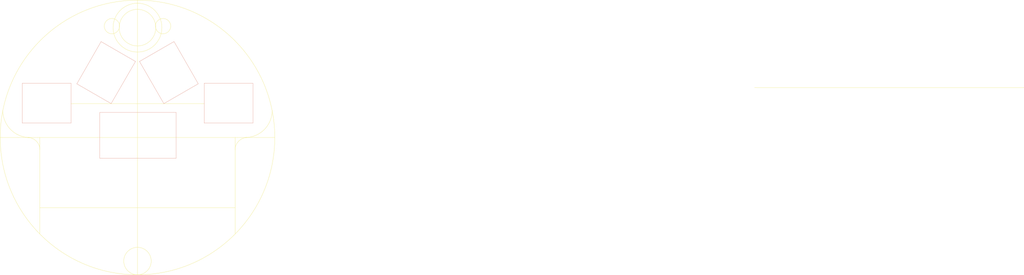
<source format=kicad_pcb>
(kicad_pcb (version 20171130) (host pcbnew 5.1.5-52549c5~84~ubuntu18.04.1)

  (general
    (thickness 1.6)
    (drawings 37)
    (tracks 0)
    (zones 0)
    (modules 0)
    (nets 1)
  )

  (page A4)
  (layers
    (0 F.Cu signal)
    (31 B.Cu signal)
    (32 B.Adhes user)
    (33 F.Adhes user)
    (34 B.Paste user)
    (35 F.Paste user)
    (36 B.SilkS user)
    (37 F.SilkS user)
    (38 B.Mask user)
    (39 F.Mask user)
    (40 Dwgs.User user)
    (41 Cmts.User user)
    (42 Eco1.User user)
    (43 Eco2.User user)
    (44 Edge.Cuts user)
    (45 Margin user)
    (46 B.CrtYd user)
    (47 F.CrtYd user)
    (48 B.Fab user)
    (49 F.Fab user)
  )

  (setup
    (last_trace_width 0.25)
    (trace_clearance 0.2)
    (zone_clearance 0.508)
    (zone_45_only no)
    (trace_min 0.2)
    (via_size 0.8)
    (via_drill 0.4)
    (via_min_size 0.4)
    (via_min_drill 0.3)
    (uvia_size 0.3)
    (uvia_drill 0.1)
    (uvias_allowed no)
    (uvia_min_size 0.2)
    (uvia_min_drill 0.1)
    (edge_width 0.05)
    (segment_width 0.2)
    (pcb_text_width 0.3)
    (pcb_text_size 1.5 1.5)
    (mod_edge_width 0.12)
    (mod_text_size 1 1)
    (mod_text_width 0.15)
    (pad_size 1.524 1.524)
    (pad_drill 0.762)
    (pad_to_mask_clearance 0.051)
    (solder_mask_min_width 0.25)
    (aux_axis_origin 0 0)
    (visible_elements FFFFFF7F)
    (pcbplotparams
      (layerselection 0x010fc_ffffffff)
      (usegerberextensions false)
      (usegerberattributes false)
      (usegerberadvancedattributes false)
      (creategerberjobfile false)
      (excludeedgelayer true)
      (linewidth 0.100000)
      (plotframeref false)
      (viasonmask false)
      (mode 1)
      (useauxorigin false)
      (hpglpennumber 1)
      (hpglpenspeed 20)
      (hpglpendiameter 15.000000)
      (psnegative false)
      (psa4output false)
      (plotreference true)
      (plotvalue true)
      (plotinvisibletext false)
      (padsonsilk false)
      (subtractmaskfromsilk false)
      (outputformat 1)
      (mirror false)
      (drillshape 1)
      (scaleselection 1)
      (outputdirectory ""))
  )

  (net 0 "")

  (net_class Default "This is the default net class."
    (clearance 0.2)
    (trace_width 0.25)
    (via_dia 0.8)
    (via_drill 0.4)
    (uvia_dia 0.3)
    (uvia_drill 0.1)
  )

  (gr_line (start 155.6512 91.7956) (end 155.6512 106.7956) (layer B.SilkS) (width 0.12) (tstamp 5DE2B5C3))
  (gr_line (start 130.6488 106.8148) (end 155.6488 106.8148) (layer B.SilkS) (width 0.12) (tstamp 5DE2B5AE))
  (gr_line (start 130.6488 91.8148) (end 130.6488 106.8148) (layer B.SilkS) (width 0.12))
  (gr_line (start 130.6488 91.7956) (end 155.6488 91.7956) (layer B.SilkS) (width 0.12))
  (gr_line (start 123.1392 82.3976) (end 131.064 68.58) (layer B.SilkS) (width 0.12) (tstamp 5DE2B4A1))
  (gr_line (start 134.366 88.9) (end 142.3416 75.0824) (layer B.SilkS) (width 0.12) (tstamp 5DE2B358))
  (gr_line (start 131.064 68.58) (end 142.3416 75.0824) (layer B.SilkS) (width 0.12) (tstamp 5DE2B357))
  (gr_line (start 123.0884 82.3976) (end 134.366 88.9) (layer B.SilkS) (width 0.12) (tstamp 5DE2B356))
  (gr_line (start 154.9908 68.58) (end 162.9156 82.3976) (layer B.SilkS) (width 0.12) (tstamp 5DE2B310))
  (gr_line (start 143.6624 75.0824) (end 154.94 68.58) (layer B.SilkS) (width 0.12) (tstamp 5DE2B272))
  (gr_line (start 143.6624 75.0824) (end 151.638 88.9) (layer B.SilkS) (width 0.12) (tstamp 5DE2B20E))
  (gr_line (start 151.638 88.9) (end 162.9156 82.3976) (layer B.SilkS) (width 0.12))
  (gr_line (start 121.2215 88.9) (end 164.9095 88.9) (layer F.SilkS) (width 0.12))
  (gr_circle (center 134.62 63.5) (end 137.12 63.5) (layer F.SilkS) (width 0.12) (tstamp 5DE2B064))
  (gr_circle (center 151.384 63.5) (end 153.884 63.5) (layer F.SilkS) (width 0.12))
  (gr_circle (center 143 64) (end 151 64) (layer F.SilkS) (width 0.12))
  (gr_circle (center 143 140.5) (end 147.5 140.5) (layer F.SilkS) (width 0.12))
  (gr_circle (center 143 64) (end 149 64) (layer F.SilkS) (width 0.12))
  (gr_line (start 105.23 82.25) (end 121.23 82.25) (layer B.SilkS) (width 0.12) (tstamp 5DE27D52))
  (gr_line (start 105.23 95.25) (end 121.23 95.25) (layer B.SilkS) (width 0.12))
  (gr_line (start 164.86 82.25) (end 180.8215 82.25) (layer B.SilkS) (width 0.12) (tstamp 5DE27BA8))
  (gr_line (start 180.86 82.25) (end 180.86 95.25) (layer B.SilkS) (width 0.12) (tstamp 5DE27BA7))
  (gr_line (start 164.86 82.25) (end 164.86 95.25) (layer B.SilkS) (width 0.12) (tstamp 5DE27BA6))
  (gr_line (start 164.86 95.25) (end 180.86 95.25) (layer B.SilkS) (width 0.12) (tstamp 5DE27BA5))
  (gr_line (start 121.23 82.25) (end 121.23 95.25) (layer B.SilkS) (width 0.12) (tstamp 5DE27B7D))
  (gr_line (start 105.23 82.25) (end 105.23 95.25) (layer B.SilkS) (width 0.12) (tstamp 5DE27B31))
  (gr_line (start 345.2495 83.6295) (end 433.5145 83.6295) (layer F.SilkS) (width 0.12) (tstamp 5DE27916))
  (gr_arc (start 179.006499 104.012999) (end 178.943 100.0125) (angle -89.09061932) (layer F.SilkS) (width 0.12) (tstamp 5DE27443))
  (gr_arc (start 106.9975 104.013) (end 110.997999 103.949501) (angle -89.09061932) (layer F.SilkS) (width 0.12))
  (gr_arc (start 178.2845 91.1625) (end 178.2845 100.0125) (angle -90) (layer F.SilkS) (width 0.12) (tstamp 5DE27322))
  (gr_arc (start 107.7195 91.1625) (end 98.8695 91.1625) (angle -90) (layer F.SilkS) (width 0.12))
  (gr_line (start 175 100) (end 175 131.6) (layer F.SilkS) (width 0.12) (tstamp 5DE2B2E5))
  (gr_line (start 111 100) (end 111 131.6) (layer F.SilkS) (width 0.12))
  (gr_line (start 111 123) (end 175 123) (layer F.SilkS) (width 0.12))
  (gr_line (start 98 100) (end 188 100) (layer F.SilkS) (width 0.12))
  (gr_line (start 143 55) (end 143 145) (layer F.SilkS) (width 0.12))
  (gr_circle (center 143 100) (end 188 100) (layer F.SilkS) (width 0.12))

)

</source>
